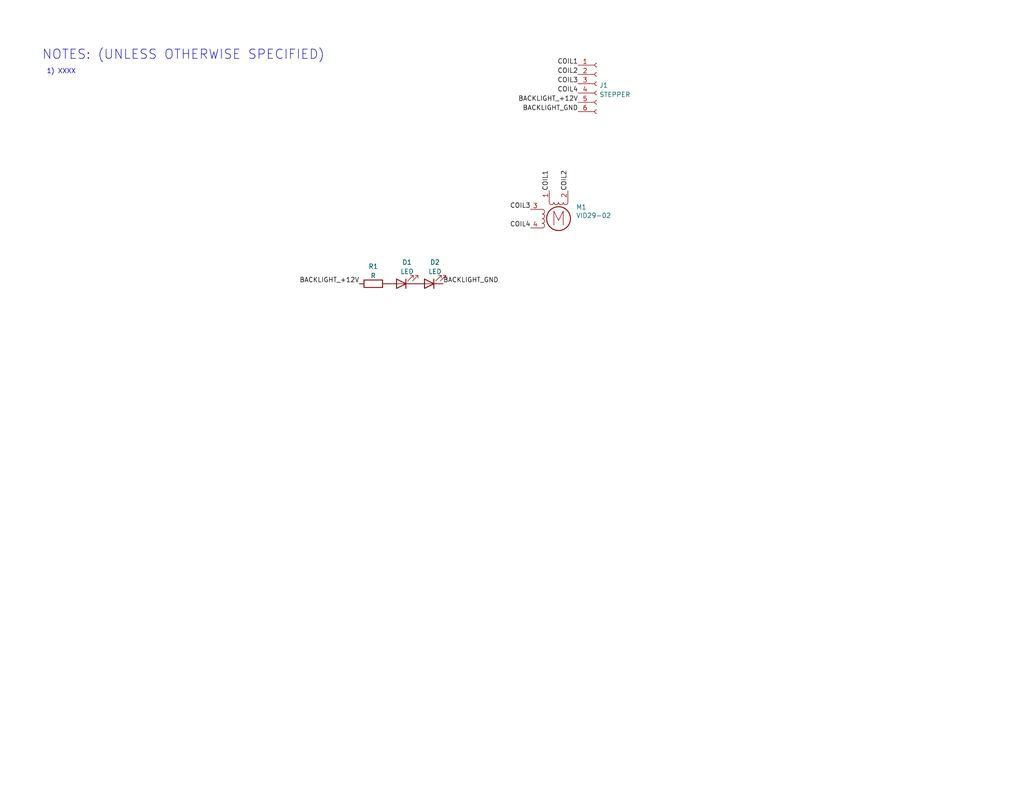
<source format=kicad_sch>
(kicad_sch (version 20211123) (generator eeschema)
  (paper "A")
  (title_block (date "2022-08-04") (rev "2"))
  (lib_symbols
    (symbol "Connector:Conn_01x06_Female" (pin_names (offset 1.016) hide)
      (property "Reference" "J" (at 0 7.62 0))
      (property "Value" "Conn_01x06_Female" (at 0 -10.16 0))
      (symbol "Conn_01x06_Female_1_1"
        (arc (start 0 -7.112) (mid -0.508 -7.62) (end 0 -8.128) (stroke (width 0.1524)))
        (arc (start 0 -4.572) (mid -0.508 -5.08) (end 0 -5.588) (stroke (width 0.1524)))
        (arc (start 0 -2.032) (mid -0.508 -2.54) (end 0 -3.048) (stroke (width 0.1524)))
        (polyline (pts (xy -1.27 -7.62) (xy -0.508 -7.62)) (stroke (width 0.1524)))
        (polyline (pts (xy -1.27 -5.08) (xy -0.508 -5.08)) (stroke (width 0.1524)))
        (polyline (pts (xy -1.27 -2.54) (xy -0.508 -2.54)) (stroke (width 0.1524)))
        (polyline (pts (xy -1.27 0) (xy -0.508 0)) (stroke (width 0.1524)))
        (polyline (pts (xy -1.27 2.54) (xy -0.508 2.54)) (stroke (width 0.1524)))
        (polyline (pts (xy -1.27 5.08) (xy -0.508 5.08)) (stroke (width 0.1524)))
        (arc (start 0 0.508) (mid -0.508 0) (end 0 -0.508) (stroke (width 0.1524)))
        (arc (start 0 3.048) (mid -0.508 2.54) (end 0 2.032) (stroke (width 0.1524)))
        (arc (start 0 5.588) (mid -0.508 5.08) (end 0 4.572) (stroke (width 0.1524)))
        (pin passive line (at -5.08 5.08 0) (length 3.81) (name "Pin_1") (number "1"))
        (pin passive line (at -5.08 2.54 0) (length 3.81) (name "Pin_2") (number "2"))
        (pin passive line (at -5.08 0 0) (length 3.81) (name "Pin_3") (number "3"))
        (pin passive line (at -5.08 -2.54 0) (length 3.81) (name "Pin_4") (number "4"))
        (pin passive line (at -5.08 -5.08 0) (length 3.81) (name "Pin_5") (number "5"))
        (pin passive line (at -5.08 -7.62 0) (length 3.81) (name "Pin_6") (number "6"))
      )
    )
    (symbol "Device:LED" (pin_numbers hide) (pin_names (offset 1.016) hide)
      (property "Reference" "D" (at 0 2.54 0))
      (property "Value" "LED" (at 0 -2.54 0))
      (symbol "LED_0_1"
        (polyline (pts (xy -1.27 -1.27) (xy -1.27 1.27)) (stroke (width 0.254)))
        (polyline (pts (xy -1.27 0) (xy 1.27 0)))
        (polyline (pts (xy 1.27 -1.27) (xy 1.27 1.27) (xy -1.27 0) (xy 1.27 -1.27)) (stroke (width 0.254)))
        (polyline (pts (xy -3.048 -0.762) (xy -4.572 -2.286) (xy -3.81 -2.286) (xy -4.572 -2.286) (xy -4.572 -1.524)))
        (polyline (pts (xy -1.778 -0.762) (xy -3.302 -2.286) (xy -2.54 -2.286) (xy -3.302 -2.286) (xy -3.302 -1.524)))
      )
      (symbol "LED_1_1"
        (pin passive line (at -3.81 0 0) (length 2.54) (name "K") (number "1"))
        (pin passive line (at 3.81 0 180) (length 2.54) (name "A") (number "2"))
      )
    )
    (symbol "Device:R" (pin_numbers hide) (pin_names (offset 0))
      (property "Reference" "R" (at 2.032 0 90))
      (property "Value" "R" (at 0 0 90))
      (symbol "R_0_1"
        (rectangle (start -1.016 -2.54) (end 1.016 2.54) (stroke (width 0.254)))
      )
      (symbol "R_1_1"
        (pin passive line (at 0 3.81 270) (length 1.27) (name "~") (number "1"))
        (pin passive line (at 0 -3.81 90) (length 1.27) (name "~") (number "2"))
      )
    )
    (symbol "Motor:Stepper_Motor_bipolar" (pin_names (offset 0) hide)
      (property "Reference" "M" (at 3.81 2.54 0))
      (property "Value" "Stepper_Motor_bipolar" (at 3.81 1.27 0))
      (symbol "Stepper_Motor_bipolar_0_0"
        (polyline (pts (xy -1.27 -1.778) (xy -1.27 2.032) (xy 0 -0.508) (xy 1.27 2.032) (xy 1.27 -1.778)))
      )
      (symbol "Stepper_Motor_bipolar_0_1"
        (arc (start -4.445 -2.54) (mid -3.81 -1.905) (end -4.445 -1.27))
        (arc (start -4.445 -1.27) (mid -3.81 -0.635) (end -4.445 0))
        (arc (start -4.445 0) (mid -3.81 0.635) (end -4.445 1.27))
        (arc (start -4.445 1.27) (mid -3.81 1.905) (end -4.445 2.54))
        (arc (start -2.54 4.445) (mid -1.905 3.81) (end -1.27 4.445))
        (arc (start -1.27 4.445) (mid -0.635 3.81) (end 0 4.445))
        (polyline (pts (xy -5.08 -2.54) (xy -4.445 -2.54)))
        (polyline (pts (xy -5.08 2.54) (xy -4.445 2.54)))
        (polyline (pts (xy -2.54 5.08) (xy -2.54 4.445)))
        (polyline (pts (xy 2.54 5.08) (xy 2.54 4.445)))
        (circle (center 0 0) (radius 3.2512) (stroke (width 0.254)))
        (arc (start 0 4.445) (mid 0.635 3.81) (end 1.27 4.445))
        (arc (start 1.27 4.445) (mid 1.905 3.81) (end 2.54 4.445))
      )
      (symbol "Stepper_Motor_bipolar_1_1"
        (pin passive line (at -2.54 7.62 270) (length 2.54) (name "~") (number "1"))
        (pin passive line (at 2.54 7.62 270) (length 2.54) (name "-") (number "2"))
        (pin passive line (at -7.62 2.54 0) (length 2.54) (name "~") (number "3"))
        (pin passive line (at -7.62 -2.54 0) (length 2.54) (name "~") (number "4"))
      )
    )
  )
  (text "1) XXXX" (at 12.7 20.32 0) (effects (font (size 1.27 1.27)) (justify left bottom)))
  (text "NOTES: (UNLESS OTHERWISE SPECIFIED)" (at 11.43 16.51 0) (effects (font (size 2.54 2.54)) (justify left bottom)))
  (label "BACKLIGHT_GND" (at 157.734 30.48 180))
  (label "COIL4" (at 144.78 62.23 180))
  (label "COIL1" (at 149.86 52.07 90))
  (label "BACKLIGHT_+12V" (at 98.044 77.47 180))
  (label "COIL2" (at 157.734 20.32 180))
  (label "BACKLIGHT_+12V" (at 157.734 27.94 180))
  (label "COIL3" (at 144.78 57.15 180))
  (label "COIL2" (at 154.94 52.07 90))
  (label "COIL1" (at 157.734 17.78 180))
  (label "BACKLIGHT_GND" (at 120.904 77.47 0))
  (label "COIL4" (at 157.734 25.4 180))
  (label "COIL3" (at 157.734 22.86 180))
  (symbol (lib_id "Motor:Stepper_Motor_bipolar") (at 152.4 59.69 0) (unit 1)
    (property "Reference" "M1" (at 157.1752 56.5404 0) (effects (justify left)))
    (property "Value" "VID29-02" (at 157.1752 58.8518 0) (effects (justify left)))
    (property "Footprint" "Stepper:VID29-05P" (effects hide))
    (property "Datasheet" "https://guy.carpenter.id.au/gaugette/resources/vid/20091026113525_VID29_manual_EN-080606.pdf" (effects hide))
  )
  (symbol (lib_id "Device:R") (at 101.854 77.47 90) (unit 1)
    (property "Reference" "R1" (at 101.854 72.7542 90))
    (property "Value" "R" (at 101.854 75.2911 90))
    (property "Footprint" "Resistor_THT:R_Axial_DIN0204_L3.6mm_D1.6mm_P1.90mm_Vertical" (effects hide))
  )
  (symbol (lib_id "Connector:Conn_01x06_Female") (at 162.814 22.86 0) (unit 1)
    (property "Reference" "J1" (at 163.5252 23.2953 0) (effects (justify left)))
    (property "Value" "STEPPER" (at 163.5252 25.8322 0) (effects (justify left)))
    (property "Footprint" "Connector_Molex:Molex_KK-254_AE-6410-06A_1x06_P2.54mm_Vertical" (effects hide))
  )
  (symbol (lib_id "Device:LED") (at 117.094 77.47 180) (unit 1)
    (property "Reference" "D2" (at 118.6815 71.6112 0))
    (property "Value" "LED" (at 118.6815 74.1481 0))
    (property "Footprint" "LED_THT:LED_D3.0mm" (effects hide))
  )
  (symbol (lib_id "Device:LED") (at 109.474 77.47 180) (unit 1)
    (property "Reference" "D1" (at 111.0615 71.6112 0))
    (property "Value" "LED" (at 111.0615 74.1481 0))
    (property "Footprint" "LED_THT:LED_D3.0mm" (effects hide))
  )
)
</source>
